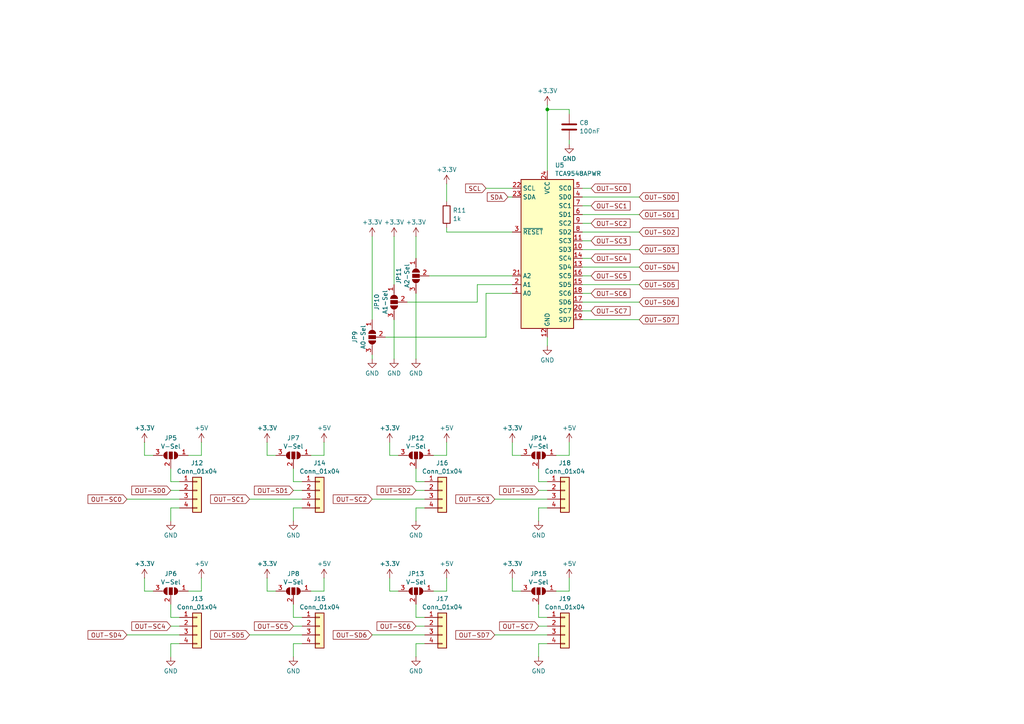
<source format=kicad_sch>
(kicad_sch (version 20231120) (generator "eeschema") (generator_version "8.0")
  (paper "A4")
  (lib_symbols
    (symbol "Connector_Generic:Conn_01x04" (pin_names (offset 1.016) hide)
      (property "Reference" "J" (at 0 5.08 0))
      (property "Value" "Conn_01x04" (at 0 -7.62 0))
      (symbol "Conn_01x04_1_1"
        (rectangle (start -1.27 -4.953) (end 0 -5.207) (stroke (width 0.1524)))
        (rectangle (start -1.27 -2.413) (end 0 -2.667) (stroke (width 0.1524)))
        (rectangle (start -1.27 0.127) (end 0 -0.127) (stroke (width 0.1524)))
        (rectangle (start -1.27 2.667) (end 0 2.413) (stroke (width 0.1524)))
        (rectangle (start -1.27 3.81) (end 1.27 -6.35) (stroke (width 0.254)) (fill (type background)))
        (pin passive line (at -5.08 2.54 0) (length 3.81) (name "Pin_1") (number "1"))
        (pin passive line (at -5.08 0 0) (length 3.81) (name "Pin_2") (number "2"))
        (pin passive line (at -5.08 -2.54 0) (length 3.81) (name "Pin_3") (number "3"))
        (pin passive line (at -5.08 -5.08 0) (length 3.81) (name "Pin_4") (number "4"))
      )
    )
    (symbol "Device:C" (pin_numbers hide) (pin_names (offset 0.254))
      (property "Reference" "C" (at 0.635 2.54 0))
      (property "Value" "C" (at 0.635 -2.54 0))
      (symbol "C_0_1"
        (polyline (pts (xy -2.032 -0.762) (xy 2.032 -0.762)) (stroke (width 0.508)))
        (polyline (pts (xy -2.032 0.762) (xy 2.032 0.762)) (stroke (width 0.508)))
      )
      (symbol "C_1_1"
        (pin passive line (at 0 3.81 270) (length 2.794) (name "~") (number "1"))
        (pin passive line (at 0 -3.81 90) (length 2.794) (name "~") (number "2"))
      )
    )
    (symbol "Device:R" (pin_numbers hide) (pin_names (offset 0))
      (property "Reference" "R" (at 2.032 0 90))
      (property "Value" "R" (at 0 0 90))
      (symbol "R_0_1"
        (rectangle (start -1.016 -2.54) (end 1.016 2.54) (stroke (width 0.254)))
      )
      (symbol "R_1_1"
        (pin passive line (at 0 3.81 270) (length 1.27) (name "~") (number "1"))
        (pin passive line (at 0 -3.81 90) (length 1.27) (name "~") (number "2"))
      )
    )
    (symbol "Interface_Expansion:TCA9548APWR"
      (property "Reference" "U" (at -7.62 21.59 0))
      (property "Value" "TCA9548APWR" (at 1.016 21.59 0))
      (symbol "TCA9548APWR_0_1"
        (rectangle (start -7.62 20.32) (end 7.62 -22.86) (stroke (width 0.254)) (fill (type background)))
      )
      (symbol "TCA9548APWR_1_1"
        (pin input line (at -10.16 -12.7 0) (length 2.54) (name "A0") (number "1"))
        (pin bidirectional line (at 10.16 0 180) (length 2.54) (name "SD3") (number "10"))
        (pin output line (at 10.16 2.54 180) (length 2.54) (name "SC3") (number "11"))
        (pin power_in line (at 0 -25.4 90) (length 2.54) (name "GND") (number "12"))
        (pin bidirectional line (at 10.16 -5.08 180) (length 2.54) (name "SD4") (number "13"))
        (pin output line (at 10.16 -2.54 180) (length 2.54) (name "SC4") (number "14"))
        (pin bidirectional line (at 10.16 -10.16 180) (length 2.54) (name "SD5") (number "15"))
        (pin output line (at 10.16 -7.62 180) (length 2.54) (name "SC5") (number "16"))
        (pin bidirectional line (at 10.16 -15.24 180) (length 2.54) (name "SD6") (number "17"))
        (pin output line (at 10.16 -12.7 180) (length 2.54) (name "SC6") (number "18"))
        (pin bidirectional line (at 10.16 -20.32 180) (length 2.54) (name "SD7") (number "19"))
        (pin input line (at -10.16 -10.16 0) (length 2.54) (name "A1") (number "2"))
        (pin output line (at 10.16 -17.78 180) (length 2.54) (name "SC7") (number "20"))
        (pin input line (at -10.16 -7.62 0) (length 2.54) (name "A2") (number "21"))
        (pin input line (at -10.16 17.78 0) (length 2.54) (name "SCL") (number "22"))
        (pin bidirectional line (at -10.16 15.24 0) (length 2.54) (name "SDA") (number "23"))
        (pin power_in line (at 0 22.86 270) (length 2.54) (name "VCC") (number "24"))
        (pin input line (at -10.16 5.08 0) (length 2.54) (name "~{RESET}") (number "3"))
        (pin bidirectional line (at 10.16 15.24 180) (length 2.54) (name "SD0") (number "4"))
        (pin output line (at 10.16 17.78 180) (length 2.54) (name "SC0") (number "5"))
        (pin bidirectional line (at 10.16 10.16 180) (length 2.54) (name "SD1") (number "6"))
        (pin output line (at 10.16 12.7 180) (length 2.54) (name "SC1") (number "7"))
        (pin bidirectional line (at 10.16 5.08 180) (length 2.54) (name "SD2") (number "8"))
        (pin output line (at 10.16 7.62 180) (length 2.54) (name "SC2") (number "9"))
      )
    )
    (symbol "Jumper:SolderJumper_3_Open" (pin_names (offset 0) hide) (exclude_from_sim yes) (in_bom no)
      (property "Reference" "JP" (at -2.54 -2.54 0))
      (property "Value" "SolderJumper_3_Open" (at 0 2.794 0))
      (symbol "SolderJumper_3_Open_0_1"
        (arc (start -1.016 1.016) (mid -2.0276 0) (end -1.016 -1.016))
        (arc (start -1.016 1.016) (mid -2.0276 0) (end -1.016 -1.016) (fill (type outline)))
        (rectangle (start -0.508 1.016) (end 0.508 -1.016) (fill (type outline)))
        (polyline (pts (xy -2.54 0) (xy -2.032 0)))
        (polyline (pts (xy -1.016 1.016) (xy -1.016 -1.016)))
        (polyline (pts (xy 0 -1.27) (xy 0 -1.016)))
        (polyline (pts (xy 1.016 1.016) (xy 1.016 -1.016)))
        (polyline (pts (xy 2.54 0) (xy 2.032 0)))
        (arc (start 1.016 -1.016) (mid 2.0276 0) (end 1.016 1.016))
        (arc (start 1.016 -1.016) (mid 2.0276 0) (end 1.016 1.016) (fill (type outline)))
      )
      (symbol "SolderJumper_3_Open_1_1"
        (pin passive line (at -5.08 0 0) (length 2.54) (name "A") (number "1"))
        (pin passive line (at 0 -3.81 90) (length 2.54) (name "C") (number "2"))
        (pin passive line (at 5.08 0 180) (length 2.54) (name "B") (number "3"))
      )
    )
    (symbol "power:+3.3V" (power) (pin_numbers hide) (pin_names (offset 0) hide)
      (property "Value" "+3.3V" (at 0 3.556 0))
      (symbol "+3.3V_0_1"
        (polyline (pts (xy -0.762 1.27) (xy 0 2.54)))
        (polyline (pts (xy 0 0) (xy 0 2.54)))
        (polyline (pts (xy 0 2.54) (xy 0.762 1.27)))
      )
      (symbol "+3.3V_1_1"
        (pin power_in line (at 0 0 90) (length 0) (name "~") (number "1"))
      )
    )
    (symbol "power:+5V" (power) (pin_numbers hide) (pin_names (offset 0) hide)
      (property "Value" "+5V" (at 0 3.556 0))
      (symbol "+5V_0_1"
        (polyline (pts (xy -0.762 1.27) (xy 0 2.54)))
        (polyline (pts (xy 0 0) (xy 0 2.54)))
        (polyline (pts (xy 0 2.54) (xy 0.762 1.27)))
      )
      (symbol "+5V_1_1"
        (pin power_in line (at 0 0 90) (length 0) (name "~") (number "1"))
      )
    )
    (symbol "power:GND" (power) (pin_numbers hide) (pin_names (offset 0) hide)
      (property "Value" "GND" (at 0 -3.81 0))
      (symbol "GND_0_1"
        (polyline (pts (xy 0 0) (xy 0 -1.27) (xy 1.27 -1.27) (xy 0 -2.54) (xy -1.27 -1.27) (xy 0 -1.27)))
      )
      (symbol "GND_1_1"
        (pin power_in line (at 0 0 270) (length 0) (name "~") (number "1"))
      )
    )
  )
  (junction (at 158.75 31.75))
  (wire (pts (xy 158.75 97.79) (xy 158.75 100.33)))
  (wire (pts (xy 129.54 132.08) (xy 129.54 128.27)))
  (wire (pts (xy 140.97 54.61) (xy 148.59 54.61)))
  (wire (pts (xy 58.42 132.08) (xy 58.42 128.27)))
  (wire (pts (xy 140.97 97.79) (xy 111.76 97.79)))
  (wire (pts (xy 165.1 171.45) (xy 165.1 167.64)))
  (wire (pts (xy 120.65 142.24) (xy 123.19 142.24)))
  (wire (pts (xy 147.32 57.15) (xy 148.59 57.15)))
  (wire (pts (xy 85.09 179.07) (xy 87.63 179.07)))
  (wire (pts (xy 90.17 171.45) (xy 93.98 171.45)))
  (wire (pts (xy 120.65 139.7) (xy 123.19 139.7)))
  (wire (pts (xy 168.91 64.77) (xy 171.45 64.77)))
  (wire (pts (xy 158.75 31.75) (xy 158.75 49.53)))
  (wire (pts (xy 85.09 147.32) (xy 85.09 151.13)))
  (wire (pts (xy 168.91 69.85) (xy 171.45 69.85)))
  (wire (pts (xy 85.09 181.61) (xy 87.63 181.61)))
  (wire (pts (xy 168.91 62.23) (xy 185.42 62.23)))
  (wire (pts (xy 41.91 167.64) (xy 41.91 171.45)))
  (wire (pts (xy 107.95 144.78) (xy 123.19 144.78)))
  (wire (pts (xy 93.98 132.08) (xy 93.98 128.27)))
  (wire (pts (xy 156.21 175.26) (xy 156.21 179.07)))
  (wire (pts (xy 49.53 135.89) (xy 49.53 139.7)))
  (wire (pts (xy 168.91 80.01) (xy 171.45 80.01)))
  (wire (pts (xy 85.09 135.89) (xy 85.09 139.7)))
  (wire (pts (xy 165.1 40.64) (xy 165.1 41.91)))
  (wire (pts (xy 120.65 85.09) (xy 120.65 104.14)))
  (wire (pts (xy 87.63 186.69) (xy 85.09 186.69)))
  (wire (pts (xy 129.54 171.45) (xy 129.54 167.64)))
  (wire (pts (xy 41.91 171.45) (xy 44.45 171.45)))
  (wire (pts (xy 114.3 92.71) (xy 114.3 104.14)))
  (wire (pts (xy 168.91 74.93) (xy 171.45 74.93)))
  (wire (pts (xy 168.91 72.39) (xy 185.42 72.39)))
  (wire (pts (xy 125.73 171.45) (xy 129.54 171.45)))
  (wire (pts (xy 36.83 184.15) (xy 52.07 184.15)))
  (wire (pts (xy 158.75 30.48) (xy 158.75 31.75)))
  (wire (pts (xy 156.21 179.07) (xy 158.75 179.07)))
  (wire (pts (xy 77.47 167.64) (xy 77.47 171.45)))
  (wire (pts (xy 148.59 82.55) (xy 138.43 82.55)))
  (wire (pts (xy 41.91 132.08) (xy 44.45 132.08)))
  (wire (pts (xy 58.42 171.45) (xy 58.42 167.64)))
  (wire (pts (xy 52.07 186.69) (xy 49.53 186.69)))
  (wire (pts (xy 148.59 167.64) (xy 148.59 171.45)))
  (wire (pts (xy 49.53 175.26) (xy 49.53 179.07)))
  (wire (pts (xy 156.21 147.32) (xy 156.21 151.13)))
  (wire (pts (xy 125.73 132.08) (xy 129.54 132.08)))
  (wire (pts (xy 156.21 135.89) (xy 156.21 139.7)))
  (wire (pts (xy 54.61 132.08) (xy 58.42 132.08)))
  (wire (pts (xy 107.95 68.58) (xy 107.95 92.71)))
  (wire (pts (xy 168.91 85.09) (xy 171.45 85.09)))
  (wire (pts (xy 41.91 128.27) (xy 41.91 132.08)))
  (wire (pts (xy 120.65 181.61) (xy 123.19 181.61)))
  (wire (pts (xy 161.29 132.08) (xy 165.1 132.08)))
  (wire (pts (xy 72.39 184.15) (xy 87.63 184.15)))
  (wire (pts (xy 158.75 147.32) (xy 156.21 147.32)))
  (wire (pts (xy 77.47 171.45) (xy 80.01 171.45)))
  (wire (pts (xy 114.3 68.58) (xy 114.3 82.55)))
  (wire (pts (xy 168.91 59.69) (xy 171.45 59.69)))
  (wire (pts (xy 85.09 139.7) (xy 87.63 139.7)))
  (wire (pts (xy 138.43 82.55) (xy 138.43 87.63)))
  (wire (pts (xy 49.53 186.69) (xy 49.53 190.5)))
  (wire (pts (xy 123.19 147.32) (xy 120.65 147.32)))
  (wire (pts (xy 143.51 184.15) (xy 158.75 184.15)))
  (wire (pts (xy 129.54 67.31) (xy 129.54 66.04)))
  (wire (pts (xy 113.03 171.45) (xy 115.57 171.45)))
  (wire (pts (xy 120.65 186.69) (xy 120.65 190.5)))
  (wire (pts (xy 120.65 68.58) (xy 120.65 74.93)))
  (wire (pts (xy 113.03 167.64) (xy 113.03 171.45)))
  (wire (pts (xy 123.19 186.69) (xy 120.65 186.69)))
  (wire (pts (xy 158.75 31.75) (xy 165.1 31.75)))
  (wire (pts (xy 168.91 67.31) (xy 185.42 67.31)))
  (wire (pts (xy 143.51 144.78) (xy 158.75 144.78)))
  (wire (pts (xy 107.95 184.15) (xy 123.19 184.15)))
  (wire (pts (xy 120.65 147.32) (xy 120.65 151.13)))
  (wire (pts (xy 168.91 54.61) (xy 171.45 54.61)))
  (wire (pts (xy 120.65 175.26) (xy 120.65 179.07)))
  (wire (pts (xy 52.07 147.32) (xy 49.53 147.32)))
  (wire (pts (xy 77.47 128.27) (xy 77.47 132.08)))
  (wire (pts (xy 168.91 77.47) (xy 185.42 77.47)))
  (wire (pts (xy 85.09 175.26) (xy 85.09 179.07)))
  (wire (pts (xy 120.65 179.07) (xy 123.19 179.07)))
  (wire (pts (xy 148.59 132.08) (xy 151.13 132.08)))
  (wire (pts (xy 49.53 179.07) (xy 52.07 179.07)))
  (wire (pts (xy 129.54 53.34) (xy 129.54 58.42)))
  (wire (pts (xy 49.53 142.24) (xy 52.07 142.24)))
  (wire (pts (xy 156.21 139.7) (xy 158.75 139.7)))
  (wire (pts (xy 165.1 132.08) (xy 165.1 128.27)))
  (wire (pts (xy 148.59 128.27) (xy 148.59 132.08)))
  (wire (pts (xy 113.03 132.08) (xy 115.57 132.08)))
  (wire (pts (xy 148.59 171.45) (xy 151.13 171.45)))
  (wire (pts (xy 168.91 90.17) (xy 171.45 90.17)))
  (wire (pts (xy 156.21 142.24) (xy 158.75 142.24)))
  (wire (pts (xy 49.53 139.7) (xy 52.07 139.7)))
  (wire (pts (xy 165.1 33.02) (xy 165.1 31.75)))
  (wire (pts (xy 124.46 80.01) (xy 148.59 80.01)))
  (wire (pts (xy 85.09 142.24) (xy 87.63 142.24)))
  (wire (pts (xy 49.53 147.32) (xy 49.53 151.13)))
  (wire (pts (xy 140.97 85.09) (xy 140.97 97.79)))
  (wire (pts (xy 158.75 186.69) (xy 156.21 186.69)))
  (wire (pts (xy 118.11 87.63) (xy 138.43 87.63)))
  (wire (pts (xy 168.91 57.15) (xy 185.42 57.15)))
  (wire (pts (xy 168.91 92.71) (xy 185.42 92.71)))
  (wire (pts (xy 93.98 171.45) (xy 93.98 167.64)))
  (wire (pts (xy 120.65 135.89) (xy 120.65 139.7)))
  (wire (pts (xy 72.39 144.78) (xy 87.63 144.78)))
  (wire (pts (xy 148.59 67.31) (xy 129.54 67.31)))
  (wire (pts (xy 85.09 186.69) (xy 85.09 190.5)))
  (wire (pts (xy 156.21 181.61) (xy 158.75 181.61)))
  (wire (pts (xy 107.95 102.87) (xy 107.95 104.14)))
  (wire (pts (xy 36.83 144.78) (xy 52.07 144.78)))
  (wire (pts (xy 168.91 87.63) (xy 185.42 87.63)))
  (wire (pts (xy 54.61 171.45) (xy 58.42 171.45)))
  (wire (pts (xy 77.47 132.08) (xy 80.01 132.08)))
  (wire (pts (xy 161.29 171.45) (xy 165.1 171.45)))
  (wire (pts (xy 156.21 186.69) (xy 156.21 190.5)))
  (wire (pts (xy 148.59 85.09) (xy 140.97 85.09)))
  (wire (pts (xy 168.91 82.55) (xy 185.42 82.55)))
  (wire (pts (xy 90.17 132.08) (xy 93.98 132.08)))
  (wire (pts (xy 87.63 147.32) (xy 85.09 147.32)))
  (wire (pts (xy 49.53 181.61) (xy 52.07 181.61)))
  (wire (pts (xy 113.03 128.27) (xy 113.03 132.08)))
  (global_label "SDA" (shape input) (at 147.32 57.15 180) (property "Intersheetrefs" "${INTERSHEET_REFS}" (effects (hide yes))))
  (global_label "OUT-SD0" (shape input) (at 185.42 57.15 0) (property "Intersheetrefs" "${INTERSHEET_REFS}" (effects (hide yes))))
  (global_label "OUT-SC3" (shape input) (at 171.45 69.85 0) (property "Intersheetrefs" "${INTERSHEET_REFS}" (effects (hide yes))))
  (global_label "OUT-SD7" (shape input) (at 143.51 184.15 180) (property "Intersheetrefs" "${INTERSHEET_REFS}" (effects (hide yes))))
  (global_label "OUT-SC5" (shape input) (at 85.09 181.61 180) (property "Intersheetrefs" "${INTERSHEET_REFS}" (effects (hide yes))))
  (global_label "OUT-SC3" (shape input) (at 143.51 144.78 180) (property "Intersheetrefs" "${INTERSHEET_REFS}" (effects (hide yes))))
  (global_label "OUT-SD6" (shape input) (at 185.42 87.63 0) (property "Intersheetrefs" "${INTERSHEET_REFS}" (effects (hide yes))))
  (global_label "OUT-SC7" (shape input) (at 171.45 90.17 0) (property "Intersheetrefs" "${INTERSHEET_REFS}" (effects (hide yes))))
  (global_label "OUT-SC2" (shape input) (at 107.95 144.78 180) (property "Intersheetrefs" "${INTERSHEET_REFS}" (effects (hide yes))))
  (global_label "OUT-SC4" (shape input) (at 49.53 181.61 180) (property "Intersheetrefs" "${INTERSHEET_REFS}" (effects (hide yes))))
  (global_label "OUT-SD5" (shape input) (at 185.42 82.55 0) (property "Intersheetrefs" "${INTERSHEET_REFS}" (effects (hide yes))))
  (global_label "OUT-SC0" (shape input) (at 171.45 54.61 0) (property "Intersheetrefs" "${INTERSHEET_REFS}" (effects (hide yes))))
  (global_label "OUT-SD1" (shape input) (at 85.09 142.24 180) (property "Intersheetrefs" "${INTERSHEET_REFS}" (effects (hide yes))))
  (global_label "OUT-SC4" (shape input) (at 171.45 74.93 0) (property "Intersheetrefs" "${INTERSHEET_REFS}" (effects (hide yes))))
  (global_label "OUT-SC7" (shape input) (at 156.21 181.61 180) (property "Intersheetrefs" "${INTERSHEET_REFS}" (effects (hide yes))))
  (global_label "OUT-SD2" (shape input) (at 185.42 67.31 0) (property "Intersheetrefs" "${INTERSHEET_REFS}" (effects (hide yes))))
  (global_label "OUT-SC5" (shape input) (at 171.45 80.01 0) (property "Intersheetrefs" "${INTERSHEET_REFS}" (effects (hide yes))))
  (global_label "OUT-SD2" (shape input) (at 120.65 142.24 180) (property "Intersheetrefs" "${INTERSHEET_REFS}" (effects (hide yes))))
  (global_label "OUT-SC2" (shape input) (at 171.45 64.77 0) (property "Intersheetrefs" "${INTERSHEET_REFS}" (effects (hide yes))))
  (global_label "OUT-SD4" (shape input) (at 36.83 184.15 180) (property "Intersheetrefs" "${INTERSHEET_REFS}" (effects (hide yes))))
  (global_label "OUT-SD6" (shape input) (at 107.95 184.15 180) (property "Intersheetrefs" "${INTERSHEET_REFS}" (effects (hide yes))))
  (global_label "OUT-SD3" (shape input) (at 156.21 142.24 180) (property "Intersheetrefs" "${INTERSHEET_REFS}" (effects (hide yes))))
  (global_label "OUT-SC6" (shape input) (at 120.65 181.61 180) (property "Intersheetrefs" "${INTERSHEET_REFS}" (effects (hide yes))))
  (global_label "OUT-SC6" (shape input) (at 171.45 85.09 0) (property "Intersheetrefs" "${INTERSHEET_REFS}" (effects (hide yes))))
  (global_label "OUT-SD4" (shape input) (at 185.42 77.47 0) (property "Intersheetrefs" "${INTERSHEET_REFS}" (effects (hide yes))))
  (global_label "SCL" (shape input) (at 140.97 54.61 180) (property "Intersheetrefs" "${INTERSHEET_REFS}" (effects (hide yes))))
  (global_label "OUT-SD1" (shape input) (at 185.42 62.23 0) (property "Intersheetrefs" "${INTERSHEET_REFS}" (effects (hide yes))))
  (global_label "OUT-SD3" (shape input) (at 185.42 72.39 0) (property "Intersheetrefs" "${INTERSHEET_REFS}" (effects (hide yes))))
  (global_label "OUT-SD5" (shape input) (at 72.39 184.15 180) (property "Intersheetrefs" "${INTERSHEET_REFS}" (effects (hide yes))))
  (global_label "OUT-SC1" (shape input) (at 171.45 59.69 0) (property "Intersheetrefs" "${INTERSHEET_REFS}" (effects (hide yes))))
  (global_label "OUT-SD0" (shape input) (at 49.53 142.24 180) (property "Intersheetrefs" "${INTERSHEET_REFS}" (effects (hide yes))))
  (global_label "OUT-SC1" (shape input) (at 72.39 144.78 180) (property "Intersheetrefs" "${INTERSHEET_REFS}" (effects (hide yes))))
  (global_label "OUT-SC0" (shape input) (at 36.83 144.78 180) (property "Intersheetrefs" "${INTERSHEET_REFS}" (effects (hide yes))))
  (global_label "OUT-SD7" (shape input) (at 185.42 92.71 0) (property "Intersheetrefs" "${INTERSHEET_REFS}" (effects (hide yes))))
  (symbol (lib_id "power:GND") (at 158.75 100.33 0) (unit 1)
    (property "Reference" "#PWR076" (effects (hide yes)))
    (property "Value" "GND" (at 158.75 104.4631 0))
    (property "Description" "Power symbol creates a global label with name \"GND\" , ground" (effects (hide yes)))
  )
  (symbol (lib_id "Device:C") (at 165.1 36.83 0) (unit 1)
    (property "Reference" "C8" (at 168.021 35.6178 0) (effects (justify left)))
    (property "Value" "100nF" (at 168.021 38.0421 0) (effects (justify left)))
    (property "Footprint" "Capacitor_SMD:C_0603_1608Metric_Pad1.08x0.95mm_HandSolder" (effects (hide yes)))
    (property "Description" "Unpolarized capacitor" (effects (hide yes)))
  )
  (symbol (lib_id "Connector_Generic:Conn_01x04") (at 163.83 181.61 0) (unit 1)
    (property "Reference" "J19" (at 163.83 173.6555 0))
    (property "Value" "Conn_01x04" (at 163.83 176.0798 0))
    (property "Footprint" "Connector_PinHeader_2.54mm:PinHeader_1x04_P2.54mm_Vertical" (effects (hide yes)))
    (property "Description" "Generic connector, single row, 01x04, script generated (kicad-library-utils/schlib/autogen/connector/)" (effects (hide yes)))
  )
  (symbol (lib_id "Interface_Expansion:TCA9548APWR") (at 158.75 72.39 0) (unit 1)
    (property "Reference" "U5" (at 160.9441 47.9255 0) (effects (justify left)))
    (property "Value" "TCA9548APWR" (at 160.9441 50.3498 0) (effects (justify left)))
    (property "Footprint" "Package_SO:TSSOP-24_4.4x7.8mm_P0.65mm" (effects (hide yes)))
    (property "Datasheet" "http://www.ti.com/lit/ds/symlink/tca9548a.pdf" (effects (hide yes)))
    (property "Description" "Low voltage 8-channel I2C switch with reset, TSSOP-24" (effects (hide yes)))
  )
  (symbol (lib_id "Jumper:SolderJumper_3_Open") (at 120.65 80.01 90) (mirror x) (unit 1) (exclude_from_sim yes) (in_bom no)
    (property "Reference" "JP11" (at 115.6165 80.01 0))
    (property "Value" "A2-Sel" (at 118.0408 80.01 0))
    (property "Footprint" "Jumper:SolderJumper-3_P1.3mm_Open_RoundedPad1.0x1.5mm_NumberLabels" (effects (hide yes)))
    (property "Description" "Solder Jumper, 3-pole, open" (effects (hide yes)))
  )
  (symbol (lib_id "Jumper:SolderJumper_3_Open") (at 49.53 171.45 0) (mirror y) (unit 1) (exclude_from_sim yes) (in_bom no)
    (property "Reference" "JP6" (at 49.53 166.4165 0))
    (property "Value" "V-Sel" (at 49.53 168.8408 0))
    (property "Footprint" "Jumper:SolderJumper-3_P1.3mm_Open_RoundedPad1.0x1.5mm_NumberLabels" (effects (hide yes)))
    (property "Description" "Solder Jumper, 3-pole, open" (effects (hide yes)))
  )
  (symbol (lib_id "power:+5V") (at 129.54 167.64 0) (unit 1)
    (property "Reference" "#PWR070" (effects (hide yes)))
    (property "Value" "+5V" (at 129.54 163.5069 0))
    (property "Description" "Power symbol creates a global label with name \"+5V\"" (effects (hide yes)))
  )
  (symbol (lib_id "Jumper:SolderJumper_3_Open") (at 114.3 87.63 90) (mirror x) (unit 1) (exclude_from_sim yes) (in_bom no)
    (property "Reference" "JP10" (at 109.2665 87.63 0))
    (property "Value" "A1-Sel" (at 111.6908 87.63 0))
    (property "Footprint" "Jumper:SolderJumper-3_P1.3mm_Open_RoundedPad1.0x1.5mm_NumberLabels" (effects (hide yes)))
    (property "Description" "Solder Jumper, 3-pole, open" (effects (hide yes)))
  )
  (symbol (lib_id "power:GND") (at 165.1 41.91 0) (unit 1)
    (property "Reference" "#PWR077" (effects (hide yes)))
    (property "Value" "GND" (at 165.1 46.0431 0))
    (property "Description" "Power symbol creates a global label with name \"GND\" , ground" (effects (hide yes)))
  )
  (symbol (lib_id "power:+3.3V") (at 77.47 128.27 0) (unit 1)
    (property "Reference" "#PWR052" (effects (hide yes)))
    (property "Value" "+3.3V" (at 77.47 124.1369 0))
    (property "Description" "Power symbol creates a global label with name \"+3.3V\"" (effects (hide yes)))
  )
  (symbol (lib_id "power:GND") (at 114.3 104.14 0) (unit 1)
    (property "Reference" "#PWR063" (effects (hide yes)))
    (property "Value" "GND" (at 114.3 108.2731 0))
    (property "Description" "Power symbol creates a global label with name \"GND\" , ground" (effects (hide yes)))
  )
  (symbol (lib_id "power:+5V") (at 58.42 128.27 0) (unit 1)
    (property "Reference" "#PWR050" (effects (hide yes)))
    (property "Value" "+5V" (at 58.42 124.1369 0))
    (property "Description" "Power symbol creates a global label with name \"+5V\"" (effects (hide yes)))
  )
  (symbol (lib_id "power:+3.3V") (at 148.59 128.27 0) (unit 1)
    (property "Reference" "#PWR071" (effects (hide yes)))
    (property "Value" "+3.3V" (at 148.59 124.1369 0))
    (property "Description" "Power symbol creates a global label with name \"+3.3V\"" (effects (hide yes)))
  )
  (symbol (lib_id "power:GND") (at 120.65 190.5 0) (unit 1)
    (property "Reference" "#PWR067" (effects (hide yes)))
    (property "Value" "GND" (at 120.65 194.6331 0))
    (property "Description" "Power symbol creates a global label with name \"GND\" , ground" (effects (hide yes)))
  )
  (symbol (lib_id "power:+5V") (at 165.1 167.64 0) (unit 1)
    (property "Reference" "#PWR079" (effects (hide yes)))
    (property "Value" "+5V" (at 165.1 163.5069 0))
    (property "Description" "Power symbol creates a global label with name \"+5V\"" (effects (hide yes)))
  )
  (symbol (lib_id "power:GND") (at 156.21 190.5 0) (unit 1)
    (property "Reference" "#PWR074" (effects (hide yes)))
    (property "Value" "GND" (at 156.21 194.6331 0))
    (property "Description" "Power symbol creates a global label with name \"GND\" , ground" (effects (hide yes)))
  )
  (symbol (lib_id "Connector_Generic:Conn_01x04") (at 57.15 142.24 0) (unit 1)
    (property "Reference" "J12" (at 57.15 134.2855 0))
    (property "Value" "Conn_01x04" (at 57.15 136.7098 0))
    (property "Footprint" "spta:SPTA-1-4-3,5" (effects (hide yes)))
    (property "Description" "Generic connector, single row, 01x04, script generated (kicad-library-utils/schlib/autogen/connector/)" (effects (hide yes)))
  )
  (symbol (lib_id "power:+3.3V") (at 158.75 30.48 0) (unit 1)
    (property "Reference" "#PWR075" (effects (hide yes)))
    (property "Value" "+3.3V" (at 158.75 26.3469 0))
    (property "Description" "Power symbol creates a global label with name \"+3.3V\"" (effects (hide yes)))
  )
  (symbol (lib_id "power:+5V") (at 165.1 128.27 0) (unit 1)
    (property "Reference" "#PWR078" (effects (hide yes)))
    (property "Value" "+5V" (at 165.1 124.1369 0))
    (property "Description" "Power symbol creates a global label with name \"+5V\"" (effects (hide yes)))
  )
  (symbol (lib_id "power:+3.3V") (at 148.59 167.64 0) (unit 1)
    (property "Reference" "#PWR072" (effects (hide yes)))
    (property "Value" "+3.3V" (at 148.59 163.5069 0))
    (property "Description" "Power symbol creates a global label with name \"+3.3V\"" (effects (hide yes)))
  )
  (symbol (lib_id "power:GND") (at 120.65 151.13 0) (unit 1)
    (property "Reference" "#PWR066" (effects (hide yes)))
    (property "Value" "GND" (at 120.65 155.2631 0))
    (property "Description" "Power symbol creates a global label with name \"GND\" , ground" (effects (hide yes)))
  )
  (symbol (lib_id "power:GND") (at 49.53 190.5 0) (unit 1)
    (property "Reference" "#PWR049" (effects (hide yes)))
    (property "Value" "GND" (at 49.53 194.6331 0))
    (property "Description" "Power symbol creates a global label with name \"GND\" , ground" (effects (hide yes)))
  )
  (symbol (lib_id "Device:R") (at 129.54 62.23 0) (unit 1)
    (property "Reference" "R11" (at 131.318 61.0178 0) (effects (justify left)))
    (property "Value" "1k" (at 131.318 63.4421 0) (effects (justify left)))
    (property "Footprint" "Resistor_SMD:R_0603_1608Metric_Pad0.98x0.95mm_HandSolder" (effects (hide yes)))
    (property "Description" "Resistor" (effects (hide yes)))
  )
  (symbol (lib_id "power:+3.3V") (at 41.91 167.64 0) (unit 1)
    (property "Reference" "#PWR047" (effects (hide yes)))
    (property "Value" "+3.3V" (at 41.91 163.5069 0))
    (property "Description" "Power symbol creates a global label with name \"+3.3V\"" (effects (hide yes)))
  )
  (symbol (lib_id "power:+3.3V") (at 113.03 167.64 0) (unit 1)
    (property "Reference" "#PWR061" (effects (hide yes)))
    (property "Value" "+3.3V" (at 113.03 163.5069 0))
    (property "Description" "Power symbol creates a global label with name \"+3.3V\"" (effects (hide yes)))
  )
  (symbol (lib_id "Jumper:SolderJumper_3_Open") (at 107.95 97.79 90) (mirror x) (unit 1) (exclude_from_sim yes) (in_bom no)
    (property "Reference" "JP9" (at 102.9165 97.79 0))
    (property "Value" "A0-Sel" (at 105.3408 97.79 0))
    (property "Footprint" "Jumper:SolderJumper-3_P1.3mm_Open_RoundedPad1.0x1.5mm_NumberLabels" (effects (hide yes)))
    (property "Description" "Solder Jumper, 3-pole, open" (effects (hide yes)))
  )
  (symbol (lib_id "power:GND") (at 85.09 190.5 0) (unit 1)
    (property "Reference" "#PWR055" (effects (hide yes)))
    (property "Value" "GND" (at 85.09 194.6331 0))
    (property "Description" "Power symbol creates a global label with name \"GND\" , ground" (effects (hide yes)))
  )
  (symbol (lib_id "Connector_Generic:Conn_01x04") (at 128.27 181.61 0) (unit 1)
    (property "Reference" "J17" (at 128.27 173.6555 0))
    (property "Value" "Conn_01x04" (at 128.27 176.0798 0))
    (property "Footprint" "Connector_PinHeader_2.54mm:PinHeader_1x04_P2.54mm_Vertical" (effects (hide yes)))
    (property "Description" "Generic connector, single row, 01x04, script generated (kicad-library-utils/schlib/autogen/connector/)" (effects (hide yes)))
  )
  (symbol (lib_id "power:+3.3V") (at 120.65 68.58 0) (unit 1)
    (property "Reference" "#PWR064" (effects (hide yes)))
    (property "Value" "+3.3V" (at 120.65 64.4469 0))
    (property "Description" "Power symbol creates a global label with name \"+3.3V\"" (effects (hide yes)))
  )
  (symbol (lib_id "power:+5V") (at 93.98 128.27 0) (unit 1)
    (property "Reference" "#PWR056" (effects (hide yes)))
    (property "Value" "+5V" (at 93.98 124.1369 0))
    (property "Description" "Power symbol creates a global label with name \"+5V\"" (effects (hide yes)))
  )
  (symbol (lib_id "Jumper:SolderJumper_3_Open") (at 85.09 171.45 0) (mirror y) (unit 1) (exclude_from_sim yes) (in_bom no)
    (property "Reference" "JP8" (at 85.09 166.4165 0))
    (property "Value" "V-Sel" (at 85.09 168.8408 0))
    (property "Footprint" "Jumper:SolderJumper-3_P1.3mm_Open_RoundedPad1.0x1.5mm_NumberLabels" (effects (hide yes)))
    (property "Description" "Solder Jumper, 3-pole, open" (effects (hide yes)))
  )
  (symbol (lib_id "Connector_Generic:Conn_01x04") (at 57.15 181.61 0) (unit 1)
    (property "Reference" "J13" (at 57.15 173.6555 0))
    (property "Value" "Conn_01x04" (at 57.15 176.0798 0))
    (property "Footprint" "Connector_PinHeader_2.54mm:PinHeader_1x04_P2.54mm_Vertical" (effects (hide yes)))
    (property "Description" "Generic connector, single row, 01x04, script generated (kicad-library-utils/schlib/autogen/connector/)" (effects (hide yes)))
  )
  (symbol (lib_id "power:GND") (at 49.53 151.13 0) (unit 1)
    (property "Reference" "#PWR048" (effects (hide yes)))
    (property "Value" "GND" (at 49.53 155.2631 0))
    (property "Description" "Power symbol creates a global label with name \"GND\" , ground" (effects (hide yes)))
  )
  (symbol (lib_id "Jumper:SolderJumper_3_Open") (at 120.65 171.45 0) (mirror y) (unit 1) (exclude_from_sim yes) (in_bom no)
    (property "Reference" "JP13" (at 120.65 166.4165 0))
    (property "Value" "V-Sel" (at 120.65 168.8408 0))
    (property "Footprint" "Jumper:SolderJumper-3_P1.3mm_Open_RoundedPad1.0x1.5mm_NumberLabels" (effects (hide yes)))
    (property "Description" "Solder Jumper, 3-pole, open" (effects (hide yes)))
  )
  (symbol (lib_id "power:+3.3V") (at 107.95 68.58 0) (unit 1)
    (property "Reference" "#PWR058" (effects (hide yes)))
    (property "Value" "+3.3V" (at 107.95 64.4469 0))
    (property "Description" "Power symbol creates a global label with name \"+3.3V\"" (effects (hide yes)))
  )
  (symbol (lib_id "power:+3.3V") (at 77.47 167.64 0) (unit 1)
    (property "Reference" "#PWR053" (effects (hide yes)))
    (property "Value" "+3.3V" (at 77.47 163.5069 0))
    (property "Description" "Power symbol creates a global label with name \"+3.3V\"" (effects (hide yes)))
  )
  (symbol (lib_id "power:+5V") (at 58.42 167.64 0) (unit 1)
    (property "Reference" "#PWR051" (effects (hide yes)))
    (property "Value" "+5V" (at 58.42 163.5069 0))
    (property "Description" "Power symbol creates a global label with name \"+5V\"" (effects (hide yes)))
  )
  (symbol (lib_id "Connector_Generic:Conn_01x04") (at 92.71 181.61 0) (unit 1)
    (property "Reference" "J15" (at 92.71 173.6555 0))
    (property "Value" "Conn_01x04" (at 92.71 176.0798 0))
    (property "Footprint" "Connector_PinHeader_2.54mm:PinHeader_1x04_P2.54mm_Vertical" (effects (hide yes)))
    (property "Description" "Generic connector, single row, 01x04, script generated (kicad-library-utils/schlib/autogen/connector/)" (effects (hide yes)))
  )
  (symbol (lib_id "power:GND") (at 156.21 151.13 0) (unit 1)
    (property "Reference" "#PWR073" (effects (hide yes)))
    (property "Value" "GND" (at 156.21 155.2631 0))
    (property "Description" "Power symbol creates a global label with name \"GND\" , ground" (effects (hide yes)))
  )
  (symbol (lib_id "power:GND") (at 85.09 151.13 0) (unit 1)
    (property "Reference" "#PWR054" (effects (hide yes)))
    (property "Value" "GND" (at 85.09 155.2631 0))
    (property "Description" "Power symbol creates a global label with name \"GND\" , ground" (effects (hide yes)))
  )
  (symbol (lib_id "power:+3.3V") (at 114.3 68.58 0) (unit 1)
    (property "Reference" "#PWR062" (effects (hide yes)))
    (property "Value" "+3.3V" (at 114.3 64.4469 0))
    (property "Description" "Power symbol creates a global label with name \"+3.3V\"" (effects (hide yes)))
  )
  (symbol (lib_id "power:+3.3V") (at 129.54 53.34 0) (unit 1)
    (property "Reference" "#PWR068" (effects (hide yes)))
    (property "Value" "+3.3V" (at 129.54 49.2069 0))
    (property "Description" "Power symbol creates a global label with name \"+3.3V\"" (effects (hide yes)))
  )
  (symbol (lib_id "power:+5V") (at 93.98 167.64 0) (unit 1)
    (property "Reference" "#PWR057" (effects (hide yes)))
    (property "Value" "+5V" (at 93.98 163.5069 0))
    (property "Description" "Power symbol creates a global label with name \"+5V\"" (effects (hide yes)))
  )
  (symbol (lib_id "Connector_Generic:Conn_01x04") (at 163.83 142.24 0) (unit 1)
    (property "Reference" "J18" (at 163.83 134.2855 0))
    (property "Value" "Conn_01x04" (at 163.83 136.7098 0))
    (property "Footprint" "spta:SPTA-1-4-3,5" (effects (hide yes)))
    (property "Description" "Generic connector, single row, 01x04, script generated (kicad-library-utils/schlib/autogen/connector/)" (effects (hide yes)))
  )
  (symbol (lib_id "power:GND") (at 120.65 104.14 0) (unit 1)
    (property "Reference" "#PWR065" (effects (hide yes)))
    (property "Value" "GND" (at 120.65 108.2731 0))
    (property "Description" "Power symbol creates a global label with name \"GND\" , ground" (effects (hide yes)))
  )
  (symbol (lib_id "power:GND") (at 107.95 104.14 0) (unit 1)
    (property "Reference" "#PWR059" (effects (hide yes)))
    (property "Value" "GND" (at 107.95 108.2731 0))
    (property "Description" "Power symbol creates a global label with name \"GND\" , ground" (effects (hide yes)))
  )
  (symbol (lib_id "Jumper:SolderJumper_3_Open") (at 120.65 132.08 0) (mirror y) (unit 1) (exclude_from_sim yes) (in_bom no)
    (property "Reference" "JP12" (at 120.65 127.0465 0))
    (property "Value" "V-Sel" (at 120.65 129.4708 0))
    (property "Footprint" "Jumper:SolderJumper-3_P1.3mm_Open_RoundedPad1.0x1.5mm_NumberLabels" (effects (hide yes)))
    (property "Description" "Solder Jumper, 3-pole, open" (effects (hide yes)))
  )
  (symbol (lib_id "Jumper:SolderJumper_3_Open") (at 49.53 132.08 0) (mirror y) (unit 1) (exclude_from_sim yes) (in_bom no)
    (property "Reference" "JP5" (at 49.53 127.0465 0))
    (property "Value" "V-Sel" (at 49.53 129.4708 0))
    (property "Footprint" "Jumper:SolderJumper-3_P1.3mm_Open_RoundedPad1.0x1.5mm_NumberLabels" (effects (hide yes)))
    (property "Description" "Solder Jumper, 3-pole, open" (effects (hide yes)))
  )
  (symbol (lib_id "power:+3.3V") (at 113.03 128.27 0) (unit 1)
    (property "Reference" "#PWR060" (effects (hide yes)))
    (property "Value" "+3.3V" (at 113.03 124.1369 0))
    (property "Description" "Power symbol creates a global label with name \"+3.3V\"" (effects (hide yes)))
  )
  (symbol (lib_id "Jumper:SolderJumper_3_Open") (at 156.21 171.45 0) (mirror y) (unit 1) (exclude_from_sim yes) (in_bom no)
    (property "Reference" "JP15" (at 156.21 166.4165 0))
    (property "Value" "V-Sel" (at 156.21 168.8408 0))
    (property "Footprint" "Jumper:SolderJumper-3_P1.3mm_Open_RoundedPad1.0x1.5mm_NumberLabels" (effects (hide yes)))
    (property "Description" "Solder Jumper, 3-pole, open" (effects (hide yes)))
  )
  (symbol (lib_id "power:+3.3V") (at 41.91 128.27 0) (unit 1)
    (property "Reference" "#PWR046" (effects (hide yes)))
    (property "Value" "+3.3V" (at 41.91 124.1369 0))
    (property "Description" "Power symbol creates a global label with name \"+3.3V\"" (effects (hide yes)))
  )
  (symbol (lib_id "Jumper:SolderJumper_3_Open") (at 156.21 132.08 0) (mirror y) (unit 1) (exclude_from_sim yes) (in_bom no)
    (property "Reference" "JP14" (at 156.21 127.0465 0))
    (property "Value" "V-Sel" (at 156.21 129.4708 0))
    (property "Footprint" "Jumper:SolderJumper-3_P1.3mm_Open_RoundedPad1.0x1.5mm_NumberLabels" (effects (hide yes)))
    (property "Description" "Solder Jumper, 3-pole, open" (effects (hide yes)))
  )
  (symbol (lib_id "Jumper:SolderJumper_3_Open") (at 85.09 132.08 0) (mirror y) (unit 1) (exclude_from_sim yes) (in_bom no)
    (property "Reference" "JP7" (at 85.09 127.0465 0))
    (property "Value" "V-Sel" (at 85.09 129.4708 0))
    (property "Footprint" "Jumper:SolderJumper-3_P1.3mm_Open_RoundedPad1.0x1.5mm_NumberLabels" (effects (hide yes)))
    (property "Description" "Solder Jumper, 3-pole, open" (effects (hide yes)))
  )
  (symbol (lib_id "Connector_Generic:Conn_01x04") (at 92.71 142.24 0) (unit 1)
    (property "Reference" "J14" (at 92.71 134.2855 0))
    (property "Value" "Conn_01x04" (at 92.71 136.7098 0))
    (property "Footprint" "spta:SPTA-1-4-3,5" (effects (hide yes)))
    (property "Description" "Generic connector, single row, 01x04, script generated (kicad-library-utils/schlib/autogen/connector/)" (effects (hide yes)))
  )
  (symbol (lib_id "Connector_Generic:Conn_01x04") (at 128.27 142.24 0) (unit 1)
    (property "Reference" "J16" (at 128.27 134.2855 0))
    (property "Value" "Conn_01x04" (at 128.27 136.7098 0))
    (property "Footprint" "spta:SPTA-1-4-3,5" (effects (hide yes)))
    (property "Description" "Generic connector, single row, 01x04, script generated (kicad-library-utils/schlib/autogen/connector/)" (effects (hide yes)))
  )
  (symbol (lib_id "power:+5V") (at 129.54 128.27 0) (unit 1)
    (property "Reference" "#PWR069" (effects (hide yes)))
    (property "Value" "+5V" (at 129.54 124.1369 0))
    (property "Description" "Power symbol creates a global label with name \"+5V\"" (effects (hide yes)))
  )
)
</source>
